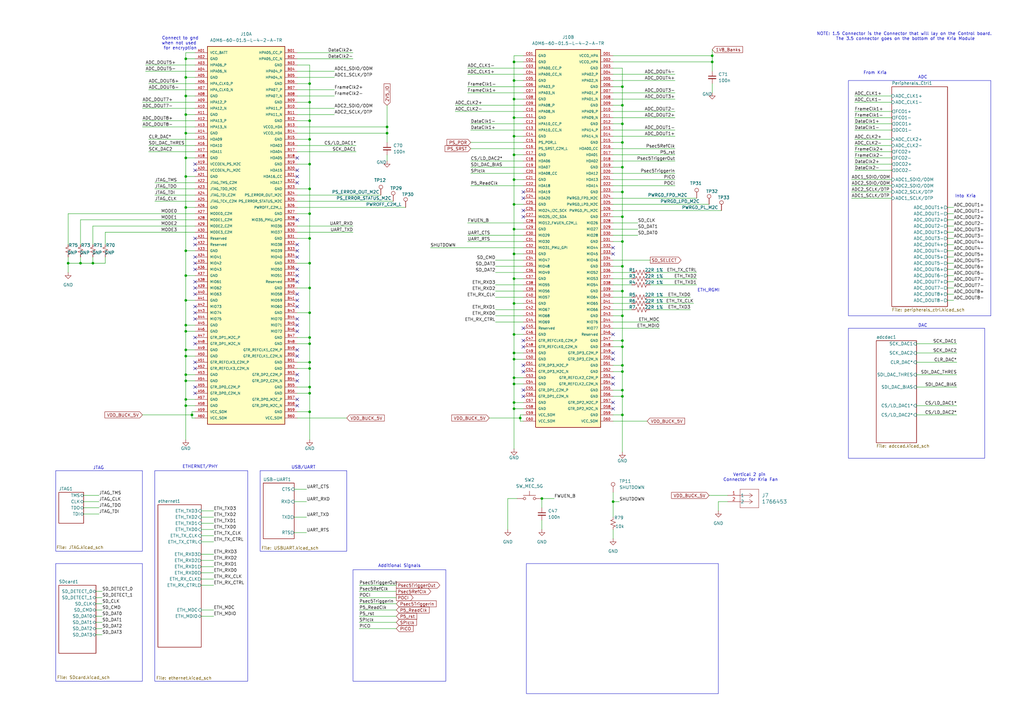
<source format=kicad_sch>
(kicad_sch (version 20231120) (generator "eeschema") (generator_version "8.0")
  (paper "A3")
  (junction (at 76.2 123.19))
  (junction (at 76.2 163.83))
  (junction (at 210.82 114.3))
  (junction (at 76.2 54.61))
  (junction (at 127 67.31))
  (junction (at 127 41.91))
  (junction (at 127 97.79))
  (junction (at 76.2 156.21))
  (junction (at 76.2 146.05))
  (junction (at 210.82 55.88))
  (junction (at 255.27 129.54))
  (junction (at 255.27 68.58))
  (junction (at 127 158.75))
  (junction (at 222.25 204.47))
  (junction (at 127 168.91))
  (junction (at 255.27 162.56))
  (junction (at 76.2 24.13))
  (junction (at 158.75 52.07))
  (junction (at 210.82 48.26))
  (junction (at 210.82 165.1))
  (junction (at 210.82 137.16))
  (junction (at 127 49.53))
  (junction (at 76.2 64.77))
  (junction (at 127 118.11))
  (junction (at 158.75 54.61))
  (junction (at 76.2 133.35))
  (junction (at 210.82 25.4))
  (junction (at 255.27 50.8))
  (junction (at 76.2 166.37))
  (junction (at 76.2 143.51))
  (junction (at 255.27 170.18))
  (junction (at 76.2 46.99))
  (junction (at 210.82 63.5))
  (junction (at 255.27 139.7))
  (junction (at 76.2 31.75))
  (junction (at 127 34.29))
  (junction (at 210.82 167.64))
  (junction (at 127 151.13))
  (junction (at 127 138.43))
  (junction (at 76.2 39.37))
  (junction (at 255.27 149.86))
  (junction (at 255.27 35.56))
  (junction (at 38.1 107.95))
  (junction (at 255.27 109.22))
  (junction (at 210.82 124.46))
  (junction (at 76.2 135.89))
  (junction (at 33.02 107.95))
  (junction (at 127 148.59))
  (junction (at 210.82 147.32))
  (junction (at 76.2 102.87))
  (junction (at 255.27 43.18))
  (junction (at 210.82 40.64))
  (junction (at 78.74 170.18))
  (junction (at 210.82 104.14))
  (junction (at 210.82 83.82))
  (junction (at 127 161.29))
  (junction (at 210.82 154.94))
  (junction (at 127 57.15))
  (junction (at 76.2 85.09))
  (junction (at 127 140.97))
  (junction (at 210.82 93.98))
  (junction (at 255.27 160.02))
  (junction (at 127 87.63))
  (junction (at 255.27 58.42))
  (junction (at 292.1 25.4))
  (junction (at 255.27 88.9))
  (junction (at 255.27 78.74))
  (junction (at 255.27 142.24))
  (junction (at 213.36 171.45))
  (junction (at 76.2 72.39))
  (junction (at 255.27 119.38))
  (junction (at 127 128.27))
  (junction (at 76.2 113.03))
  (junction (at 210.82 33.02))
  (junction (at 255.27 152.4))
  (junction (at 210.82 73.66))
  (junction (at 27.94 107.95))
  (junction (at 127 77.47))
  (junction (at 292.1 22.86))
  (junction (at 210.82 144.78))
  (junction (at 76.2 153.67))
  (junction (at 210.82 157.48))
  (junction (at 127 107.95))
  (junction (at 251.46 205.74))
  (junction (at 255.27 99.06))
  (no_connect (at 121.92 123.19))
  (no_connect (at 80.01 151.13))
  (no_connect (at 80.01 115.57))
  (no_connect (at 251.46 144.78))
  (no_connect (at 121.92 125.73))
  (no_connect (at 121.92 153.67))
  (no_connect (at 251.46 147.32))
  (no_connect (at 251.46 137.16))
  (no_connect (at 121.92 166.37))
  (no_connect (at 121.92 156.21))
  (no_connect (at 251.46 167.64))
  (no_connect (at 214.63 160.02))
  (no_connect (at 121.92 146.05))
  (no_connect (at 80.01 69.85))
  (no_connect (at 214.63 142.24))
  (no_connect (at 80.01 110.49))
  (no_connect (at 121.92 72.39))
  (no_connect (at 121.92 143.51))
  (no_connect (at 121.92 100.33))
  (no_connect (at 121.92 163.83))
  (no_connect (at 251.46 165.1))
  (no_connect (at 121.92 64.77))
  (no_connect (at 121.92 105.41))
  (no_connect (at 121.92 113.03))
  (no_connect (at 121.92 115.57))
  (no_connect (at 214.63 134.62))
  (no_connect (at 121.92 133.35))
  (no_connect (at 214.63 152.4))
  (no_connect (at 214.63 86.36))
  (no_connect (at 80.01 107.95))
  (no_connect (at 251.46 104.14))
  (no_connect (at 80.01 97.79))
  (no_connect (at 80.01 140.97))
  (no_connect (at 121.92 102.87))
  (no_connect (at 251.46 157.48))
  (no_connect (at 80.01 120.65))
  (no_connect (at 80.01 100.33))
  (no_connect (at 251.46 154.94))
  (no_connect (at 121.92 90.17))
  (no_connect (at 214.63 149.86))
  (no_connect (at 251.46 101.6))
  (no_connect (at 121.92 135.89))
  (no_connect (at 80.01 148.59))
  (no_connect (at 214.63 139.7))
  (no_connect (at 80.01 161.29))
  (no_connect (at 80.01 118.11))
  (no_connect (at 214.63 88.9))
  (no_connect (at 214.63 81.28))
  (no_connect (at 214.63 162.56))
  (no_connect (at 121.92 120.65))
  (no_connect (at 80.01 128.27))
  (no_connect (at 80.01 125.73))
  (no_connect (at 121.92 74.93))
  (no_connect (at 121.92 69.85))
  (no_connect (at 80.01 105.41))
  (no_connect (at 80.01 158.75))
  (no_connect (at 80.01 138.43))
  (no_connect (at 80.01 67.31))
  (no_connect (at 214.63 78.74))
  (no_connect (at 121.92 110.49))
  (no_connect (at 121.92 130.81))
  (no_connect (at 80.01 130.81))
  (wire (pts (xy 210.82 63.5) (xy 210.82 73.66)))
  (wire (pts (xy 222.25 213.36) (xy 222.25 217.17)))
  (wire (pts (xy 121.92 140.97) (xy 127 140.97)))
  (wire (pts (xy 121.92 67.31) (xy 127 67.31)))
  (wire (pts (xy 388.62 90.17) (xy 391.16 90.17)))
  (wire (pts (xy 162.56 250.19) (xy 147.32 250.19)))
  (wire (pts (xy 251.46 83.82) (xy 290.83 83.82)))
  (wire (pts (xy 127 148.59) (xy 127 151.13)))
  (wire (pts (xy 76.2 143.51) (xy 80.01 143.51)))
  (wire (pts (xy 60.96 59.69) (xy 80.01 59.69)))
  (wire (pts (xy 43.18 107.95) (xy 38.1 107.95)))
  (wire (pts (xy 350.52 69.85) (xy 365.76 69.85)))
  (wire (pts (xy 251.46 91.44) (xy 261.62 91.44)))
  (wire (pts (xy 255.27 58.42) (xy 255.27 68.58)))
  (wire (pts (xy 121.92 107.95) (xy 127 107.95)))
  (wire (pts (xy 290.83 203.2) (xy 298.45 203.2)))
  (wire (pts (xy 210.82 114.3) (xy 210.82 124.46)))
  (wire (pts (xy 213.36 171.45) (xy 213.36 172.72)))
  (wire (pts (xy 82.55 232.41) (xy 87.63 232.41)))
  (wire (pts (xy 266.7 116.84) (xy 285.75 116.84)))
  (wire (pts (xy 60.96 34.29) (xy 80.01 34.29)))
  (wire (pts (xy 251.46 63.5) (xy 276.86 63.5)))
  (wire (pts (xy 255.27 160.02) (xy 255.27 162.56)))
  (wire (pts (xy 251.46 53.34) (xy 276.86 53.34)))
  (wire (pts (xy 251.46 33.02) (xy 276.86 33.02)))
  (wire (pts (xy 193.04 50.8) (xy 214.63 50.8)))
  (wire (pts (xy 147.32 257.81) (xy 162.56 257.81)))
  (wire (pts (xy 34.29 210.82) (xy 40.64 210.82)))
  (wire (pts (xy 76.2 156.21) (xy 76.2 163.83)))
  (wire (pts (xy 251.46 134.62) (xy 270.51 134.62)))
  (wire (pts (xy 121.92 118.11) (xy 127 118.11)))
  (wire (pts (xy 193.04 53.34) (xy 214.63 53.34)))
  (wire (pts (xy 251.46 35.56) (xy 255.27 35.56)))
  (wire (pts (xy 255.27 99.06) (xy 255.27 109.22)))
  (wire (pts (xy 147.32 240.03) (xy 162.56 240.03)))
  (wire (pts (xy 147.32 247.65) (xy 162.56 247.65)))
  (wire (pts (xy 251.46 172.72) (xy 265.43 172.72)))
  (wire (pts (xy 375.92 166.37) (xy 392.43 166.37)))
  (wire (pts (xy 210.82 33.02) (xy 210.82 40.64)))
  (wire (pts (xy 251.46 55.88) (xy 276.86 55.88)))
  (wire (pts (xy 210.82 93.98) (xy 214.63 93.98)))
  (wire (pts (xy 82.55 229.87) (xy 87.63 229.87)))
  (wire (pts (xy 166.37 85.09) (xy 121.92 85.09)))
  (wire (pts (xy 121.92 31.75) (xy 137.16 31.75)))
  (wire (pts (xy 121.92 46.99) (xy 137.16 46.99)))
  (wire (pts (xy 80.01 171.45) (xy 78.74 171.45)))
  (wire (pts (xy 251.46 170.18) (xy 255.27 170.18)))
  (wire (pts (xy 251.46 93.98) (xy 261.62 93.98)))
  (wire (pts (xy 210.82 22.86) (xy 210.82 25.4)))
  (wire (pts (xy 76.2 64.77) (xy 80.01 64.77)))
  (wire (pts (xy 76.2 123.19) (xy 80.01 123.19)))
  (wire (pts (xy 191.77 38.1) (xy 214.63 38.1)))
  (wire (pts (xy 76.2 133.35) (xy 76.2 135.89)))
  (wire (pts (xy 388.62 105.41) (xy 391.16 105.41)))
  (wire (pts (xy 266.7 114.3) (xy 285.75 114.3)))
  (wire (pts (xy 251.46 25.4) (xy 292.1 25.4)))
  (wire (pts (xy 255.27 152.4) (xy 255.27 160.02)))
  (wire (pts (xy 127 118.11) (xy 127 128.27)))
  (wire (pts (xy 251.46 205.74) (xy 251.46 212.09)))
  (wire (pts (xy 121.92 151.13) (xy 127 151.13)))
  (wire (pts (xy 375.92 148.59) (xy 392.43 148.59)))
  (wire (pts (xy 76.2 146.05) (xy 80.01 146.05)))
  (wire (pts (xy 251.46 142.24) (xy 255.27 142.24)))
  (wire (pts (xy 76.2 156.21) (xy 80.01 156.21)))
  (wire (pts (xy 147.32 245.11) (xy 162.56 245.11)))
  (wire (pts (xy 349.25 78.74) (xy 365.76 78.74)))
  (wire (pts (xy 222.25 204.47) (xy 227.33 204.47)))
  (wire (pts (xy 59.69 26.67) (xy 80.01 26.67)))
  (wire (pts (xy 27.94 105.41) (xy 27.94 107.95)))
  (wire (pts (xy 203.2 127) (xy 214.63 127)))
  (wire (pts (xy 33.02 107.95) (xy 27.94 107.95)))
  (wire (pts (xy 350.52 62.23) (xy 365.76 62.23)))
  (wire (pts (xy 121.92 80.01) (xy 156.21 80.01)))
  (wire (pts (xy 76.2 31.75) (xy 76.2 39.37)))
  (wire (pts (xy 82.55 252.73) (xy 87.63 252.73)))
  (wire (pts (xy 34.29 203.2) (xy 40.64 203.2)))
  (wire (pts (xy 255.27 78.74) (xy 255.27 88.9)))
  (wire (pts (xy 43.18 105.41) (xy 43.18 107.95)))
  (wire (pts (xy 82.55 209.55) (xy 87.63 209.55)))
  (wire (pts (xy 255.27 139.7) (xy 255.27 142.24)))
  (wire (pts (xy 127 67.31) (xy 127 77.47)))
  (wire (pts (xy 147.32 252.73) (xy 162.56 252.73)))
  (wire (pts (xy 251.46 111.76) (xy 259.08 111.76)))
  (wire (pts (xy 200.66 171.45) (xy 213.36 171.45)))
  (wire (pts (xy 82.55 212.09) (xy 87.63 212.09)))
  (wire (pts (xy 78.74 171.45) (xy 78.74 170.18)))
  (wire (pts (xy 210.82 73.66) (xy 214.63 73.66)))
  (wire (pts (xy 210.82 147.32) (xy 210.82 154.94)))
  (wire (pts (xy 121.92 161.29) (xy 127 161.29)))
  (wire (pts (xy 127 77.47) (xy 127 87.63)))
  (wire (pts (xy 121.92 34.29) (xy 127 34.29)))
  (wire (pts (xy 210.82 124.46) (xy 210.82 137.16)))
  (wire (pts (xy 349.25 81.28) (xy 365.76 81.28)))
  (wire (pts (xy 210.82 55.88) (xy 210.82 63.5)))
  (wire (pts (xy 388.62 102.87) (xy 391.16 102.87)))
  (wire (pts (xy 210.82 25.4) (xy 210.82 33.02)))
  (wire (pts (xy 251.46 127) (xy 259.08 127)))
  (wire (pts (xy 76.2 31.75) (xy 80.01 31.75)))
  (wire (pts (xy 251.46 68.58) (xy 255.27 68.58)))
  (wire (pts (xy 39.37 250.19) (xy 41.91 250.19)))
  (wire (pts (xy 127 138.43) (xy 127 140.97)))
  (wire (pts (xy 210.82 167.64) (xy 214.63 167.64)))
  (wire (pts (xy 266.7 111.76) (xy 285.75 111.76)))
  (wire (pts (xy 60.96 36.83) (xy 80.01 36.83)))
  (wire (pts (xy 292.1 22.86) (xy 292.1 25.4)))
  (wire (pts (xy 210.82 154.94) (xy 210.82 157.48)))
  (wire (pts (xy 43.18 95.25) (xy 80.01 95.25)))
  (wire (pts (xy 251.46 217.17) (xy 251.46 220.98)))
  (wire (pts (xy 76.2 21.59) (xy 76.2 24.13)))
  (wire (pts (xy 251.46 43.18) (xy 255.27 43.18)))
  (wire (pts (xy 121.92 59.69) (xy 146.05 59.69)))
  (wire (pts (xy 39.37 260.35) (xy 41.91 260.35)))
  (wire (pts (xy 38.1 105.41) (xy 38.1 107.95)))
  (wire (pts (xy 63.5 74.93) (xy 80.01 74.93)))
  (wire (pts (xy 350.52 50.8) (xy 365.76 50.8)))
  (wire (pts (xy 255.27 109.22) (xy 255.27 119.38)))
  (wire (pts (xy 213.36 172.72) (xy 214.63 172.72)))
  (wire (pts (xy 120.65 218.44) (xy 125.73 218.44)))
  (wire (pts (xy 127 128.27) (xy 127 138.43)))
  (wire (pts (xy 76.2 24.13) (xy 80.01 24.13)))
  (wire (pts (xy 251.46 81.28) (xy 285.75 81.28)))
  (wire (pts (xy 210.82 40.64) (xy 210.82 48.26)))
  (wire (pts (xy 127 34.29) (xy 127 41.91)))
  (wire (pts (xy 121.92 62.23) (xy 146.05 62.23)))
  (wire (pts (xy 212.09 204.47) (xy 208.28 204.47)))
  (wire (pts (xy 203.2 109.22) (xy 214.63 109.22)))
  (wire (pts (xy 27.94 107.95) (xy 27.94 111.76)))
  (wire (pts (xy 59.69 29.21) (xy 80.01 29.21)))
  (wire (pts (xy 76.2 143.51) (xy 76.2 146.05)))
  (wire (pts (xy 203.2 116.84) (xy 214.63 116.84)))
  (wire (pts (xy 388.62 118.11) (xy 391.16 118.11)))
  (wire (pts (xy 251.46 139.7) (xy 255.27 139.7)))
  (wire (pts (xy 121.92 54.61) (xy 158.75 54.61)))
  (wire (pts (xy 158.75 54.61) (xy 158.75 58.42)))
  (wire (pts (xy 76.2 24.13) (xy 76.2 31.75)))
  (wire (pts (xy 76.2 72.39) (xy 76.2 85.09)))
  (wire (pts (xy 121.92 148.59) (xy 127 148.59)))
  (wire (pts (xy 147.32 242.57) (xy 162.56 242.57)))
  (wire (pts (xy 210.82 40.64) (xy 214.63 40.64)))
  (wire (pts (xy 60.96 57.15) (xy 80.01 57.15)))
  (wire (pts (xy 39.37 257.81) (xy 41.91 257.81)))
  (wire (pts (xy 388.62 97.79) (xy 391.16 97.79)))
  (wire (pts (xy 82.55 237.49) (xy 87.63 237.49)))
  (wire (pts (xy 388.62 100.33) (xy 391.16 100.33)))
  (wire (pts (xy 39.37 242.57) (xy 41.91 242.57)))
  (wire (pts (xy 191.77 91.44) (xy 214.63 91.44)))
  (wire (pts (xy 210.82 48.26) (xy 210.82 55.88)))
  (wire (pts (xy 251.46 121.92) (xy 259.08 121.92)))
  (wire (pts (xy 121.92 21.59) (xy 144.78 21.59)))
  (wire (pts (xy 210.82 165.1) (xy 214.63 165.1)))
  (wire (pts (xy 121.92 41.91) (xy 127 41.91)))
  (wire (pts (xy 76.2 135.89) (xy 80.01 135.89)))
  (wire (pts (xy 251.46 66.04) (xy 276.86 66.04)))
  (wire (pts (xy 210.82 137.16) (xy 210.82 144.78)))
  (wire (pts (xy 121.92 24.13) (xy 144.78 24.13)))
  (wire (pts (xy 121.92 158.75) (xy 127 158.75)))
  (wire (pts (xy 82.55 219.71) (xy 87.63 219.71)))
  (wire (pts (xy 255.27 162.56) (xy 255.27 170.18)))
  (wire (pts (xy 292.1 20.32) (xy 292.1 22.86)))
  (wire (pts (xy 191.77 27.94) (xy 214.63 27.94)))
  (wire (pts (xy 350.52 39.37) (xy 365.76 39.37)))
  (wire (pts (xy 298.45 205.74) (xy 294.64 205.74)))
  (wire (pts (xy 121.92 92.71) (xy 144.78 92.71)))
  (wire (pts (xy 251.46 114.3) (xy 259.08 114.3)))
  (wire (pts (xy 82.55 227.33) (xy 87.63 227.33)))
  (wire (pts (xy 255.27 149.86) (xy 255.27 152.4)))
  (wire (pts (xy 292.1 34.29) (xy 292.1 38.1)))
  (wire (pts (xy 121.92 171.45) (xy 142.24 171.45)))
  (wire (pts (xy 121.92 95.25) (xy 144.78 95.25)))
  (wire (pts (xy 251.46 76.2) (xy 276.86 76.2)))
  (wire (pts (xy 193.04 76.2) (xy 214.63 76.2)))
  (wire (pts (xy 76.2 102.87) (xy 76.2 113.03)))
  (wire (pts (xy 193.04 71.12) (xy 214.63 71.12)))
  (wire (pts (xy 255.27 88.9) (xy 255.27 99.06)))
  (wire (pts (xy 158.75 43.18) (xy 158.75 52.07)))
  (wire (pts (xy 76.2 113.03) (xy 80.01 113.03)))
  (wire (pts (xy 127 168.91) (xy 127 180.34)))
  (wire (pts (xy 266.7 127) (xy 283.21 127)))
  (wire (pts (xy 388.62 92.71) (xy 391.16 92.71)))
  (wire (pts (xy 82.55 234.95) (xy 87.63 234.95)))
  (wire (pts (xy 388.62 107.95) (xy 391.16 107.95)))
  (wire (pts (xy 127 26.67) (xy 127 34.29)))
  (wire (pts (xy 210.82 157.48) (xy 214.63 157.48)))
  (wire (pts (xy 375.92 158.75) (xy 392.43 158.75)))
  (wire (pts (xy 210.82 63.5) (xy 214.63 63.5)))
  (wire (pts (xy 121.92 128.27) (xy 127 128.27)))
  (wire (pts (xy 76.2 163.83) (xy 80.01 163.83)))
  (wire (pts (xy 208.28 204.47) (xy 208.28 217.17)))
  (wire (pts (xy 210.82 93.98) (xy 210.82 104.14)))
  (wire (pts (xy 266.7 124.46) (xy 284.48 124.46)))
  (wire (pts (xy 121.92 97.79) (xy 127 97.79)))
  (wire (pts (xy 78.74 168.91) (xy 80.01 168.91)))
  (wire (pts (xy 388.62 87.63) (xy 391.16 87.63)))
  (wire (pts (xy 58.42 170.18) (xy 78.74 170.18)))
  (wire (pts (xy 251.46 48.26) (xy 276.86 48.26)))
  (wire (pts (xy 251.46 50.8) (xy 255.27 50.8)))
  (wire (pts (xy 388.62 123.19) (xy 391.16 123.19)))
  (wire (pts (xy 38.1 92.71) (xy 38.1 100.33)))
  (wire (pts (xy 39.37 252.73) (xy 41.91 252.73)))
  (wire (pts (xy 121.92 82.55) (xy 161.29 82.55)))
  (wire (pts (xy 251.46 58.42) (xy 255.27 58.42)))
  (wire (pts (xy 127 87.63) (xy 127 97.79)))
  (wire (pts (xy 251.46 152.4) (xy 255.27 152.4)))
  (wire (pts (xy 251.46 149.86) (xy 255.27 149.86)))
  (wire (pts (xy 388.62 95.25) (xy 391.16 95.25)))
  (wire (pts (xy 63.5 82.55) (xy 80.01 82.55)))
  (wire (pts (xy 210.82 144.78) (xy 210.82 147.32)))
  (wire (pts (xy 39.37 255.27) (xy 41.91 255.27)))
  (wire (pts (xy 58.42 41.91) (xy 80.01 41.91)))
  (wire (pts (xy 292.1 25.4) (xy 292.1 29.21)))
  (wire (pts (xy 191.77 30.48) (xy 214.63 30.48)))
  (wire (pts (xy 76.2 113.03) (xy 76.2 123.19)))
  (wire (pts (xy 82.55 217.17) (xy 87.63 217.17)))
  (wire (pts (xy 82.55 214.63) (xy 87.63 214.63)))
  (wire (pts (xy 76.2 54.61) (xy 76.2 64.77)))
  (wire (pts (xy 251.46 201.93) (xy 251.46 205.74)))
  (wire (pts (xy 76.2 46.99) (xy 80.01 46.99)))
  (wire (pts (xy 210.82 165.1) (xy 210.82 167.64)))
  (wire (pts (xy 121.92 57.15) (xy 127 57.15)))
  (wire (pts (xy 203.2 106.68) (xy 214.63 106.68)))
  (wire (pts (xy 76.2 102.87) (xy 80.01 102.87)))
  (wire (pts (xy 76.2 64.77) (xy 76.2 72.39)))
  (wire (pts (xy 76.2 123.19) (xy 76.2 133.35)))
  (wire (pts (xy 121.92 26.67) (xy 127 26.67)))
  (wire (pts (xy 210.82 124.46) (xy 214.63 124.46)))
  (wire (pts (xy 255.27 50.8) (xy 255.27 58.42)))
  (wire (pts (xy 27.94 87.63) (xy 27.94 100.33)))
  (wire (pts (xy 186.69 45.72) (xy 214.63 45.72)))
  (wire (pts (xy 60.96 62.23) (xy 80.01 62.23)))
  (wire (pts (xy 76.2 46.99) (xy 76.2 54.61)))
  (wire (pts (xy 127 151.13) (xy 127 158.75)))
  (wire (pts (xy 82.55 250.19) (xy 87.63 250.19)))
  (wire (pts (xy 350.52 53.34) (xy 365.76 53.34)))
  (wire (pts (xy 210.82 73.66) (xy 210.82 83.82)))
  (wire (pts (xy 251.46 162.56) (xy 255.27 162.56)))
  (wire (pts (xy 255.27 142.24) (xy 255.27 149.86)))
  (wire (pts (xy 255.27 129.54) (xy 255.27 139.7)))
  (wire (pts (xy 127 140.97) (xy 127 148.59)))
  (wire (pts (xy 210.82 137.16) (xy 214.63 137.16)))
  (wire (pts (xy 38.1 92.71) (xy 80.01 92.71)))
  (wire (pts (xy 76.2 166.37) (xy 80.01 166.37)))
  (wire (pts (xy 33.02 90.17) (xy 80.01 90.17)))
  (wire (pts (xy 58.42 52.07) (xy 80.01 52.07)))
  (wire (pts (xy 76.2 135.89) (xy 76.2 143.51)))
  (wire (pts (xy 251.46 99.06) (xy 255.27 99.06)))
  (wire (pts (xy 33.02 105.41) (xy 33.02 107.95)))
  (wire (pts (xy 222.25 204.47) (xy 222.25 208.28)))
  (wire (pts (xy 251.46 119.38) (xy 255.27 119.38)))
  (wire (pts (xy 251.46 88.9) (xy 255.27 88.9)))
  (wire (pts (xy 76.2 85.09) (xy 80.01 85.09)))
  (wire (pts (xy 33.02 90.17) (xy 33.02 100.33)))
  (wire (pts (xy 251.46 78.74) (xy 255.27 78.74)))
  (wire (pts (xy 254 205.74) (xy 251.46 205.74)))
  (wire (pts (xy 193.04 68.58) (xy 214.63 68.58)))
  (wire (pts (xy 58.42 49.53) (xy 80.01 49.53)))
  (wire (pts (xy 76.2 153.67) (xy 76.2 156.21)))
  (wire (pts (xy 121.92 49.53) (xy 127 49.53)))
  (wire (pts (xy 191.77 96.52) (xy 214.63 96.52)))
  (wire (pts (xy 210.82 33.02) (xy 214.63 33.02)))
  (wire (pts (xy 127 57.15) (xy 127 67.31)))
  (wire (pts (xy 82.55 222.25) (xy 87.63 222.25)))
  (wire (pts (xy 210.82 55.88) (xy 214.63 55.88)))
  (wire (pts (xy 210.82 83.82) (xy 210.82 93.98)))
  (wire (pts (xy 78.74 170.18) (xy 78.74 168.91)))
  (wire (pts (xy 121.92 138.43) (xy 127 138.43)))
  (wire (pts (xy 251.46 129.54) (xy 255.27 129.54)))
  (wire (pts (xy 76.2 54.61) (xy 80.01 54.61)))
  (wire (pts (xy 80.01 21.59) (xy 76.2 21.59)))
  (wire (pts (xy 349.25 73.66) (xy 365.76 73.66)))
  (wire (pts (xy 375.92 153.67) (xy 392.43 153.67)))
  (wire (pts (xy 191.77 35.56) (xy 214.63 35.56)))
  (wire (pts (xy 266.7 121.92) (xy 283.21 121.92)))
  (wire (pts (xy 350.52 67.31) (xy 365.76 67.31)))
  (wire (pts (xy 158.75 63.5) (xy 158.75 66.04)))
  (wire (pts (xy 255.27 170.18) (xy 255.27 185.42)))
  (wire (pts (xy 191.77 99.06) (xy 214.63 99.06)))
  (wire (pts (xy 255.27 68.58) (xy 255.27 78.74)))
  (wire (pts (xy 251.46 27.94) (xy 255.27 27.94)))
  (wire (pts (xy 38.1 107.95) (xy 33.02 107.95)))
  (wire (pts (xy 210.82 83.82) (xy 214.63 83.82)))
  (wire (pts (xy 210.82 22.86) (xy 214.63 22.86)))
  (wire (pts (xy 121.92 87.63) (xy 127 87.63)))
  (wire (pts (xy 210.82 25.4) (xy 214.63 25.4)))
  (wire (pts (xy 388.62 120.65) (xy 391.16 120.65)))
  (wire (pts (xy 210.82 157.48) (xy 210.82 165.1)))
  (wire (pts (xy 39.37 247.65) (xy 41.91 247.65)))
  (wire (pts (xy 251.46 60.96) (xy 276.86 60.96)))
  (wire (pts (xy 127 97.79) (xy 127 107.95)))
  (wire (pts (xy 255.27 27.94) (xy 255.27 35.56)))
  (wire (pts (xy 76.2 85.09) (xy 76.2 102.87)))
  (wire (pts (xy 76.2 133.35) (xy 80.01 133.35)))
  (wire (pts (xy 121.92 29.21) (xy 137.16 29.21)))
  (wire (pts (xy 121.92 168.91) (xy 127 168.91)))
  (wire (pts (xy 295.91 86.36) (xy 251.46 86.36)))
  (wire (pts (xy 186.69 43.18) (xy 214.63 43.18)))
  (wire (pts (xy 251.46 45.72) (xy 276.86 45.72)))
  (wire (pts (xy 210.82 167.64) (xy 210.82 184.15)))
  (wire (pts (xy 158.75 52.07) (xy 158.75 54.61)))
  (wire (pts (xy 120.65 205.74) (xy 125.73 205.74)))
  (wire (pts (xy 76.2 39.37) (xy 80.01 39.37)))
  (wire (pts (xy 388.62 113.03) (xy 391.16 113.03)))
  (wire (pts (xy 210.82 48.26) (xy 214.63 48.26)))
  (wire (pts (xy 39.37 245.11) (xy 41.91 245.11)))
  (wire (pts (xy 203.2 119.38) (xy 214.63 119.38)))
  (wire (pts (xy 127 161.29) (xy 127 168.91)))
  (wire (pts (xy 76.2 72.39) (xy 80.01 72.39)))
  (wire (pts (xy 255.27 43.18) (xy 255.27 50.8)))
  (wire (pts (xy 251.46 124.46) (xy 259.08 124.46)))
  (wire (pts (xy 350.52 57.15) (xy 365.76 57.15)))
  (wire (pts (xy 193.04 58.42) (xy 214.63 58.42)))
  (wire (pts (xy 58.42 44.45) (xy 80.01 44.45)))
  (wire (pts (xy 375.92 170.18) (xy 392.43 170.18)))
  (wire (pts (xy 82.55 240.03) (xy 87.63 240.03)))
  (wire (pts (xy 121.92 77.47) (xy 127 77.47)))
  (wire (pts (xy 251.46 132.08) (xy 270.51 132.08)))
  (wire (pts (xy 251.46 160.02) (xy 255.27 160.02)))
  (wire (pts (xy 203.2 129.54) (xy 214.63 129.54)))
  (wire (pts (xy 350.52 48.26) (xy 365.76 48.26)))
  (wire (pts (xy 121.92 36.83) (xy 137.16 36.83)))
  (wire (pts (xy 350.52 41.91) (xy 365.76 41.91)))
  (wire (pts (xy 350.52 45.72) (xy 365.76 45.72)))
  (wire (pts (xy 76.2 146.05) (xy 76.2 153.67)))
  (wire (pts (xy 147.32 255.27) (xy 162.56 255.27)))
  (wire (pts (xy 76.2 166.37) (xy 76.2 180.34)))
  (wire (pts (xy 193.04 60.96) (xy 214.63 60.96)))
  (wire (pts (xy 251.46 96.52) (xy 261.62 96.52)))
  (wire (pts (xy 251.46 38.1) (xy 276.86 38.1)))
  (wire (pts (xy 43.18 95.25) (xy 43.18 100.33)))
  (wire (pts (xy 388.62 115.57) (xy 391.16 115.57)))
  (wire (pts (xy 203.2 111.76) (xy 214.63 111.76)))
  (wire (pts (xy 127 41.91) (xy 127 49.53)))
  (wire (pts (xy 210.82 114.3) (xy 214.63 114.3)))
  (wire (pts (xy 251.46 40.64) (xy 276.86 40.64)))
  (wire (pts (xy 34.29 205.74) (xy 40.64 205.74)))
  (wire (pts (xy 120.65 200.66) (xy 125.73 200.66)))
  (wire (pts (xy 388.62 85.09) (xy 391.16 85.09)))
  (wire (pts (xy 210.82 104.14) (xy 210.82 114.3)))
  (wire (pts (xy 388.62 110.49) (xy 391.16 110.49)))
  (wire (pts (xy 127 107.95) (xy 127 118.11)))
  (wire (pts (xy 251.46 116.84) (xy 259.08 116.84)))
  (wire (pts (xy 63.5 77.47) (xy 80.01 77.47)))
  (wire (pts (xy 213.36 170.18) (xy 213.36 171.45)))
  (wire (pts (xy 127 49.53) (xy 127 57.15)))
  (wire (pts (xy 76.2 39.37) (xy 76.2 46.99)))
  (wire (pts (xy 251.46 109.22) (xy 255.27 109.22)))
  (wire (pts (xy 120.65 212.09) (xy 125.73 212.09)))
  (wire (pts (xy 210.82 147.32) (xy 214.63 147.32)))
  (wire (pts (xy 255.27 119.38) (xy 255.27 129.54)))
  (wire (pts (xy 251.46 73.66) (xy 276.86 73.66)))
  (wire (pts (xy 203.2 121.92) (xy 214.63 121.92)))
  (wire (pts (xy 76.2 163.83) (xy 76.2 166.37)))
  (wire (pts (xy 210.82 144.78) (xy 214.63 144.78)))
  (wire (pts (xy 27.94 87.63) (xy 80.01 87.63)))
  (wire (pts (xy 375.92 144.78) (xy 392.43 144.78)))
  (wire (pts (xy 127 158.75) (xy 127 161.29)))
  (wire (pts (xy 34.29 208.28) (xy 40.64 208.28)))
  (wire (pts (xy 63.5 80.01) (xy 80.01 80.01)))
  (wire (pts (xy 350.52 64.77) (xy 365.76 64.77)))
  (wire (pts (xy 176.53 101.6) (xy 214.63 101.6)))
  (wire (pts (xy 203.2 132.08) (xy 214.63 132.08)))
  (wire (pts (xy 255.27 35.56) (xy 255.27 43.18)))
  (wire (pts (xy 349.25 76.2) (xy 365.76 76.2)))
  (wire (pts (xy 251.46 30.48) (xy 276.86 30.48)))
  (wire (pts (xy 121.92 44.45) (xy 137.16 44.45)))
  (wire (pts (xy 251.46 106.68) (xy 266.7 106.68)))
  (wire (pts (xy 350.52 59.69) (xy 365.76 59.69)))
  (wire (pts (xy 193.04 66.04) (xy 214.63 66.04)))
  (wire (pts (xy 210.82 154.94) (xy 214.63 154.94)))
  (wire (pts (xy 251.46 22.86) (xy 292.1 22.86)))
  (wire (pts (xy 121.92 39.37) (xy 137.16 39.37)))
  (wire (pts (xy 76.2 153.67) (xy 80.01 153.67)))
  (wire (pts (xy 210.82 104.14) (xy 214.63 104.14)))
  (wire (pts (xy 294.64 205.74) (xy 294.64 209.55)))
  (wire (pts (xy 121.92 52.07) (xy 158.75 52.07)))
  (wire (pts (xy 251.46 71.12) (xy 276.86 71.12)))
  (wire (pts (xy 375.92 140.97) (xy 392.43 140.97)))
  (wire (pts (xy 214.63 170.18) (xy 213.36 170.18)))
  (rectangle (start 215.9 231.14) (end 294.64 284.48))
  (rectangle (start 22.86 231.14) (end 58.42 279.4))
  (rectangle (start 106.68 193.04) (end 142.24 226.06))
  (rectangle (start 63.5 193.04) (end 101.6 279.4))
  (rectangle (start 144.78 233.68) (end 182.88 279.4))
  (rectangle (start 347.98 134.62) (end 403.86 187.96))
  (rectangle (start 22.86 193.04) (end 58.42 226.06))
  (rectangle (start 347.98 33.02) (end 406.4 129.54))
  (text "USB/UART" (at 124.46 191.77 0) (effects (font (size 1.27 1.27))))
  (text "ETH_RGMI\n" (at 290.576 119.126 0) (effects (font (size 1.27 1.27))))
  (text "Into Kria" (at 395.986 80.518 0) (effects (font (size 1.27 1.27))))
  (text "NOTE: 1.5 Connector is the Connector that will lay on the Control board. \nThe 3.5 connector goes on the bottom of the Kria Module" (at 371.348 14.986 0) (effects (font (size 1.27 1.27))))
  (text "ADC" (at 378.46 31.75 0) (effects (font (size 1.27 1.27))))
  (text "Connect to gnd\nwhen not used \nfor encryption" (at 73.914 17.78 0) (effects (font (size 1.27 1.27))))
  (text "From Kria" (at 358.902 29.972 0) (effects (font (size 1.27 1.27))))
  (text "Additional Signals" (at 163.83 232.156 0) (effects (font (size 1.27 1.27))))
  (text "ETHERNET/PHY" (at 82.042 191.516 0) (effects (font (size 1.27 1.27))))
  (text "DAC" (at 378.46 133.604 0) (effects (font (size 1.27 1.27))))
  (text "Vertical 2 pin \nConnector for Kria Fan" (at 307.848 195.834 0) (effects (font (size 1.27 1.27))))
  (text "JTAG" (at 40.386 192.024 0) (effects (font (size 1.27 1.27))))
  (label "Psec5TriggerOut" (at 147.32 240.03 0))
  (label "ETH_RXD2" (at 203.2 119.38 180))
  (label "ETH_RXD3" (at 87.63 227.33 0))
  (label "SDI_DAC_BIAS" (at 392.43 158.75 180))
  (label "ADC_DOUT4+" (at 276.86 33.02 180))
  (label "FrameClk1+" (at 350.52 45.72 0))
  (label "ETH_RX_CTRL" (at 87.63 240.03 0))
  (label "FrameClk2+" (at 137.16 36.83 0))
  (label "ADC_CLK1-" (at 191.77 27.94 0))
  (label "ADC2_SDIO{slash}ODM" (at 349.25 76.2 0))
  (label "ADC_DOUT1+" (at 391.16 85.09 0))
  (label "ETH_TXD1" (at 285.75 116.84 180))
  (label "DataClk1+" (at 350.52 50.8 0))
  (label "DataClk2+" (at 350.52 67.31 0))
  (label "CS{slash}LD_DAC1*" (at 146.05 59.69 180))
  (label "JTAG_CLK" (at 63.5 82.55 0))
  (label "SD_CMD" (at 41.91 250.19 0))
  (label "ADC1_SDIO{slash}ODM" (at 137.16 29.21 0))
  (label "ETH_RX_CLK" (at 87.63 237.49 0))
  (label "JTAG_TDI" (at 63.5 80.01 0))
  (label "P5_ReadClk" (at 193.04 76.2 0))
  (label "JTAG_TDO" (at 63.5 77.47 0))
  (label "ETH_TXD1" (at 87.63 214.63 0))
  (label "UART_RXD" (at 125.73 205.74 0))
  (label "ADC1_SCLK{slash}DTP" (at 349.25 81.28 0))
  (label "ETH_MDIO" (at 270.51 134.62 180))
  (label "FWUEN_B" (at 227.33 204.47 0))
  (label "SCK_DAC2" (at 392.43 144.78 180))
  (label "ADC_DOUT4+" (at 391.16 100.33 0))
  (label "ADC_DOUT2+" (at 391.16 90.17 0))
  (label "SD_DAT1" (at 41.91 255.27 0))
  (label "ADC2_SCLK{slash}DTP" (at 349.25 78.74 0))
  (label "ADC1_SCLK{slash}DTP" (at 137.16 31.75 0))
  (label "ETH_RXD0" (at 87.63 234.95 0))
  (label "SPIclk" (at 147.32 255.27 0))
  (label "CLR_DAC*" (at 392.43 148.59 180))
  (label "ADC_DOUT5+" (at 391.16 105.41 0))
  (label "FrameClk2-" (at 137.16 39.37 0))
  (label "Psec5TriggerIn" (at 147.32 247.65 0))
  (label "SPIclk" (at 193.04 71.12 0))
  (label "ADC2_SCLK{slash}DTP" (at 137.16 46.99 0))
  (label "CS{slash}LD_DAC2*" (at 193.04 66.04 0))
  (label "ADC_DOUT2-" (at 276.86 45.72 180))
  (label "SD_DAT3" (at 41.91 260.35 0))
  (label "ADC_DOUT7+" (at 391.16 115.57 0))
  (label "Psec5RefClk" (at 147.32 242.57 0))
  (label "ADC_DOUT4-" (at 276.86 30.48 180))
  (label "ETH_RXD1" (at 203.2 127 180))
  (label "ADC_CLK2+" (at 350.52 57.15 0))
  (label "DataClk2+" (at 144.78 21.59 180))
  (label "SDI_DAC_THRES" (at 60.96 59.69 0))
  (label "SD_DETECT_1" (at 41.91 245.11 0))
  (label "SDI_DAC_THRES" (at 392.43 153.67 180))
  (label "ETH_RXD1" (at 87.63 232.41 0))
  (label "CLR_DAC*" (at 60.96 57.15 0))
  (label "ETH_MDC" (at 270.51 132.08 180))
  (label "ADC_CLK1+" (at 191.77 30.48 0))
  (label "ETH_MDC" (at 87.63 250.19 0))
  (label "SD_CLK" (at 261.62 91.44 0))
  (label "ETH_RX_CLK" (at 203.2 121.92 180))
  (label "DataClk2-" (at 350.52 69.85 0))
  (label "ETH_TXD0" (at 87.63 217.17 0))
  (label "ETH_TX_CTRL" (at 87.63 222.25 0))
  (label "ETH_TXD2" (at 285.75 114.3 180))
  (label "SD_DAT3" (at 203.2 109.22 180))
  (label "ETH_TXD3" (at 87.63 209.55 0))
  (label "ADC_DOUT2+" (at 276.86 48.26 180))
  (label "SD_DETECT_0" (at 41.91 242.57 0))
  (label "UART_CTS" (at 191.77 96.52 0))
  (label "ETH_RXD3" (at 203.2 116.84 180))
  (label "UART_RTS" (at 191.77 99.06 0))
  (label "Psec5TriggerIn" (at 276.86 71.12 180))
  (label "UART_TXD" (at 125.73 212.09 0))
  (label "FrameClk1+" (at 191.77 38.1 0))
  (label "P5_rst" (at 147.32 252.73 0))
  (label "SDI_DAC_BIAS" (at 193.04 68.58 0))
  (label "SD_DAT0" (at 261.62 96.52 0))
  (label "ADC_DOUT7-" (at 58.42 44.45 0))
  (label "ADC_CLK2-" (at 350.52 59.69 0))
  (label "SCK_DAC1" (at 392.43 140.97 180))
  (label "ADC_DOUT8-" (at 391.16 123.19 0))
  (label "ADC_DOUT3-" (at 391.16 97.79 0))
  (label "ADC2_SDIO{slash}ODM" (at 137.16 44.45 0))
  (label "ADC_DOUT8+" (at 58.42 49.53 0))
  (label "ADC_DOUT6-" (at 60.96 36.83 0))
  (label "SD_DAT2" (at 203.2 111.76 180))
  (label "FWUEN_B" (at 191.77 91.44 0))
  (label "SD_CMD" (at 203.2 106.68 180))
  (label "JTAG_TMS" (at 40.64 203.2 0))
  (label "ADC_DOUT3+" (at 391.16 95.25 0))
  (label "ETH_TX_CLK" (at 284.48 124.46 180))
  (label "SD_DAT1" (at 261.62 93.98 0))
  (label "DataClk2-" (at 144.78 24.13 180))
  (label "ETH_MDIO" (at 87.63 252.73 0))
  (label "ADC_CLK2+" (at 186.69 43.18 0))
  (label "Psec5RefClk" (at 276.86 60.96 180))
  (label "SD_DAT2" (at 41.91 257.81 0))
  (label "SHUTDOWN" (at 254 205.74 0))
  (label "ADC_DOUT1-" (at 391.16 87.63 0))
  (label "SCK_DAC1" (at 146.05 62.23 180))
  (label "DataClk1-" (at 193.04 50.8 0))
  (label "ADC_DOUT8+" (at 391.16 120.65 0))
  (label "P5_rst" (at 276.86 63.5 180))
  (label "PICO" (at 276.86 73.66 180))
  (label "JTAG_TDI" (at 40.64 210.82 0))
  (label "MODE1" (at 66.04 90.17 0))
  (label "FrameClk1-" (at 350.52 48.26 0))
  (label "UART_RXD" (at 144.78 92.71 180))
  (label "ETH_TX_CLK" (at 87.63 219.71 0))
  (label "POCI" (at 276.86 76.2 180))
  (label "ETH_TX_CTRL" (at 285.75 111.76 180))
  (label "P5_ReadClk" (at 147.32 250.19 0))
  (label "MODE3" (at 66.04 95.25 0))
  (label "ADC_DOUT3+" (at 276.86 40.64 180))
  (label "ETH_TXD2" (at 87.63 212.09 0))
  (label "UART_RTS" (at 125.73 218.44 0))
  (label "SCK_DAC2" (at 60.96 62.23 0))
  (label "ADC_DOUT7+" (at 58.42 41.91 0))
  (label "Psec5TriggerOut" (at 276.86 66.04 180))
  (label "ETH_TXD3" (at 283.21 127 180))
  (label "ETH_RXD2" (at 87.63 229.87 0))
  (label "ADC_DOUT2-" (at 391.16 92.71 0))
  (label "ADC_DOUT1-" (at 276.86 53.34 180))
  (label "FrameClk1-" (at 191.77 35.56 0))
  (label "ADC_CLK1+" (at 350.52 39.37 0))
  (label "DataClk1+" (at 193.04 53.34 0))
  (label "ADC_DOUT8-" (at 58.42 52.07 0))
  (label "PICO" (at 147.32 257.81 0))
  (label "ADC_DOUT5+" (at 59.69 26.67 0))
  (label "ADC1_SDIO{slash}ODM" (at 349.25 73.66 0))
  (label "CS{slash}LD_DAC2*" (at 392.43 170.18 180))
  (label "CS{slash}LD_DAC1*" (at 392.43 166.37 180))
  (label "ADC_DOUT1+" (at 276.86 55.88 180))
  (label "ETH_RXD0" (at 203.2 129.54 180))
  (label "SD_CLK" (at 41.91 247.65 0))
  (label "UART_CTS" (at 125.73 200.66 0))
  (label "ADC_DOUT6-" (at 391.16 113.03 0))
  (label "ADC_DOUT5-" (at 59.69 29.21 0))
  (label "ADC_DOUT6+" (at 391.16 110.49 0))
  (label "MODE2" (at 66.04 92.71 0))
  (label "ETH_TXD0" (at 283.21 121.92 180))
  (label "JTAG_TMS" (at 63.5 74.93 0))
  (label "ADC_CLK2-" (at 186.69 45.72 0))
  (label "ADC_DOUT3-" (at 276.86 38.1 180))
  (label "ADC_CLK1-" (at 350.52 41.91 0))
  (label "FrameClk2+" (at 350.52 62.23 0))
  (label "ADC_DOUT4-" (at 391.16 102.87 0))
  (label "FrameClk2-" (at 350.52 64.77 0))
  (label "ETH_RX_CTRL" (at 203.2 132.08 180))
  (label "ADC_DOUT7-" (at 391.16 118.11 0))
  (label "UART_TXD" (at 144.78 95.25 180))
  (label "JTAG_TDO" (at 40.64 208.28 0))
  (label "SHUTDOWN" (at 176.53 101.6 0))
  (label "JTAG_CLK" (at 40.64 205.74 0))
  (label "ADC_DOUT5-" (at 391.16 107.95 0))
  (label "ADC_DOUT6+" (at 60.96 34.29 0))
  (label "DataClk1-" (at 350.52 53.34 0))
  (label "SD_DAT0" (at 41.91 252.73 0))
  (label "POCI" (at 147.32 245.11 0))
  (label "MODE0" (at 66.04 87.63 0))
  (global_label "2V5_IO" (shape input) (at 158.75 43.18 90) (property "Intersheetrefs" "${INTERSHEET_REFS}" (effects (hide yes))))
  (global_label "Psec5RefClk" (shape output) (at 162.56 242.57 0) (property "Intersheetrefs" "${INTERSHEET_REFS}" (effects (hide yes))))
  (global_label "SPIclk" (shape input) (at 162.56 255.27 0) (property "Intersheetrefs" "${INTERSHEET_REFS}" (effects (hide yes))))
  (global_label "P5_rst" (shape input) (at 162.56 252.73 0) (property "Intersheetrefs" "${INTERSHEET_REFS}" (effects (hide yes))))
  (global_label "PICO" (shape input) (at 162.56 257.81 0) (property "Intersheetrefs" "${INTERSHEET_REFS}" (effects (hide yes))))
  (global_label "P5_ReadClk" (shape input) (at 162.56 250.19 0) (property "Intersheetrefs" "${INTERSHEET_REFS}" (effects (hide yes))))
  (global_label "PS_POR" (shape input) (at 193.04 58.42 180) (property "Intersheetrefs" "${INTERSHEET_REFS}" (effects (hide yes))))
  (global_label "POCI" (shape output) (at 162.56 245.11 0) (property "Intersheetrefs" "${INTERSHEET_REFS}" (effects (hide yes))))
  (global_label "VDD_BUCK_5V" (shape input) (at 200.66 171.45 180) (property "Intersheetrefs" "${INTERSHEET_REFS}" (effects (hide yes))))
  (global_label "SD_SELECT" (shape output) (at 266.7 106.68 0) (property "Intersheetrefs" "${INTERSHEET_REFS}" (effects (hide yes))))
  (global_label "VDD_BUCK_5V" (shape input) (at 265.43 172.72 0) (property "Intersheetrefs" "${INTERSHEET_REFS}" (effects (hide yes))))
  (global_label "PS_SRST" (shape input) (at 193.04 60.96 180) (property "Intersheetrefs" "${INTERSHEET_REFS}" (effects (hide yes))))
  (global_label "VDD_BUCK_5V" (shape input) (at 142.24 171.45 0) (property "Intersheetrefs" "${INTERSHEET_REFS}" (effects (hide yes))))
  (global_label "VDD_BUCK_5V" (shape input) (at 58.42 170.18 180) (property "Intersheetrefs" "${INTERSHEET_REFS}" (effects (hide yes))))
  (global_label "1V8_Banks" (shape input) (at 292.1 20.32 0) (property "Intersheetrefs" "${INTERSHEET_REFS}" (effects (hide yes))))
  (global_label "Psec5TriggerOut" (shape output) (at 162.56 240.03 0) (property "Intersheetrefs" "${INTERSHEET_REFS}" (effects (hide yes))))
  (global_label "VDD_BUCK_5V" (shape input) (at 290.83 203.2 180) (property "Intersheetrefs" "${INTERSHEET_REFS}" (effects (hide yes))))
  (global_label "Psec5TriggerIn" (shape input) (at 162.56 247.65 0) (property "Intersheetrefs" "${INTERSHEET_REFS}" (effects (hide yes))))
  (symbol (lib_id "Device:R_US") (at 262.89 124.46 90) (unit 1)
    (property "Reference" "R6" (at 259.334 123.444 90))
    (property "Value" "22R 1%" (at 268.224 123.444 90))
    (property "Footprint" "Resistor_SMD:R_0603_1608Metric" (effects (hide yes)))
    (property "Description" "Resistor, US symbol" (effects (hide yes)))
  )
  (symbol (lib_id "PSEC5_ctrlbd:1766453") (at 298.45 203.2 0) (unit 1)
    (property "Reference" "J7" (at 312.42 203.1999 0) (effects (font (size 1.524 1.524)) (justify left)))
    (property "Value" "1766453" (at 312.42 205.7399 0) (effects (font (size 1.524 1.524)) (justify left)))
    (property "Footprint" "1766453:CONN_1766453" (effects (hide yes)))
    (property "Datasheet" "1766453" (effects (hide yes)))
  )
  (symbol (lib_id "power:GND") (at 210.82 184.15 0) (unit 1)
    (property "Reference" "#PWR031" (effects (hide yes)))
    (property "Value" "GND" (at 210.82 187.706 0))
    (property "Description" "Power symbol creates a global label with name \"GND\" , ground" (effects (hide yes)))
  )
  (symbol (lib_id "power:GND") (at 158.75 66.04 0) (unit 1)
    (property "Reference" "#PWR014" (effects (hide yes)))
    (property "Value" "GND" (at 156.464 66.548 0))
    (property "Description" "Power symbol creates a global label with name \"GND\" , ground" (effects (hide yes)))
  )
  (symbol (lib_id "power:GND") (at 292.1 38.1 0) (unit 1)
    (property "Reference" "#PWR04" (effects (hide yes)))
    (property "Value" "GND" (at 290.068 38.608 0))
    (property "Description" "Power symbol creates a global label with name \"GND\" , ground" (effects (hide yes)))
  )
  (symbol (lib_id "Device:C_Small") (at 222.25 210.82 0) (unit 1)
    (property "Reference" "C47" (at 224.79 209.5562 0) (effects (justify left)))
    (property "Value" "100n" (at 224.79 212.0962 0) (effects (justify left)))
    (property "Footprint" "Capacitor_SMD:C_0603_1608Metric" (effects (hide yes)))
    (property "Description" "Unpolarized capacitor, small symbol" (effects (hide yes)))
  )
  (symbol (lib_id "Device:R_Small_US") (at 38.1 102.87 0) (mirror x) (unit 1)
    (property "Reference" "R71" (at 42.164 100.584 0) (effects (justify right)))
    (property "Value" "DNP" (at 41.91 103.632 0) (effects (justify right)))
    (property "Footprint" "Resistor_SMD:R_0603_1608Metric" (effects (hide yes)))
    (property "Description" "Resistor, small US symbol" (effects (hide yes)))
  )
  (symbol (lib_id "Device:R_Small_US") (at 43.18 102.87 0) (mirror x) (unit 1)
    (property "Reference" "R70" (at 47.244 100.584 0) (effects (justify right)))
    (property "Value" "DNP" (at 46.99 103.632 0) (effects (justify right)))
    (property "Footprint" "Resistor_SMD:R_0603_1608Metric" (effects (hide yes)))
    (property "Description" "Resistor, small US symbol" (effects (hide yes)))
  )
  (symbol (lib_id "Device:C_Small") (at 292.1 31.75 0) (unit 1)
    (property "Reference" "C71" (at 294.64 30.4862 0) (effects (justify left)))
    (property "Value" "100n" (at 294.64 33.0262 0) (effects (justify left)))
    (property "Footprint" "Capacitor_SMD:C_0603_1608Metric" (effects (hide yes)))
    (property "Description" "Unpolarized capacitor, small symbol" (effects (hide yes)))
  )
  (symbol (lib_id "power:GND") (at 208.28 217.17 0) (unit 1)
    (property "Reference" "#PWR044" (effects (hide yes)))
    (property "Value" "GND" (at 208.28 222.25 0))
    (property "Description" "Power symbol creates a global label with name \"GND\" , ground" (effects (hide yes)))
  )
  (symbol (lib_id "Device:R_US") (at 262.89 127 90) (unit 1)
    (property "Reference" "R7" (at 259.334 125.984 90))
    (property "Value" "22R 1%" (at 268.224 125.984 90))
    (property "Footprint" "Resistor_SMD:R_0603_1608Metric" (effects (hide yes)))
    (property "Description" "Resistor, US symbol" (effects (hide yes)))
  )
  (symbol (lib_id "power:GND") (at 127 180.34 0) (unit 1)
    (property "Reference" "#PWR029" (effects (hide yes)))
    (property "Value" "GND" (at 127 183.896 0))
    (property "Description" "Power symbol creates a global label with name \"GND\" , ground" (effects (hide yes)))
  )
  (symbol (lib_id "Device:R_Small_US") (at 33.02 102.87 0) (mirror x) (unit 1)
    (property "Reference" "R73" (at 37.084 100.584 0) (effects (justify right)))
    (property "Value" "DNP" (at 36.83 103.632 0) (effects (justify right)))
    (property "Footprint" "Resistor_SMD:R_0603_1608Metric" (effects (hide yes)))
    (property "Description" "Resistor, small US symbol" (effects (hide yes)))
  )
  (symbol (lib_id "power:GND") (at 27.94 111.76 0) (mirror y) (unit 1)
    (property "Reference" "#PWR043" (effects (hide yes)))
    (property "Value" "GND" (at 27.94 116.84 0))
    (property "Description" "Power symbol creates a global label with name \"GND\" , ground" (effects (hide yes)))
  )
  (symbol (lib_id "Connector:TestPoint") (at 161.29 82.55 0) (unit 1)
    (property "Reference" "TP29" (at 160.02 77.216 0) (effects (justify left)))
    (property "Value" "PS_ERROR_STATUS_M2C" (at 137.922 81.28 0) (effects (justify left)))
    (property "Footprint" "TestPoint:TestPoint_THTPad_1.5x1.5mm_Drill0.7mm" (effects (hide yes)))
    (property "Description" "test point" (effects (hide yes)))
  )
  (symbol (lib_id "power:GND") (at 255.27 185.42 0) (unit 1)
    (property "Reference" "#PWR032" (effects (hide yes)))
    (property "Value" "GND" (at 255.27 188.976 0))
    (property "Description" "Power symbol creates a global label with name \"GND\" , ground" (effects (hide yes)))
  )
  (symbol (lib_id "power:GND") (at 222.25 217.17 0) (unit 1)
    (property "Reference" "#PWR045" (effects (hide yes)))
    (property "Value" "GND" (at 222.25 222.25 0))
    (property "Description" "Power symbol creates a global label with name \"GND\" , ground" (effects (hide yes)))
  )
  (symbol (lib_id "Connector:TestPoint") (at 290.83 83.82 0) (unit 1)
    (property "Reference" "TP32" (at 289.56 78.486 0) (effects (justify left)))
    (property "Value" "PWRGD_LPD_M2C" (at 270.764 82.55 0) (effects (justify left)))
    (property "Footprint" "TestPoint:TestPoint_THTPad_1.5x1.5mm_Drill0.7mm" (effects (hide yes)))
    (property "Description" "test point" (effects (hide yes)))
  )
  (symbol (lib_id "Device:R_US") (at 262.89 114.3 90) (unit 1)
    (property "Reference" "R3" (at 259.334 113.284 90))
    (property "Value" "22R 1%" (at 268.224 113.284 90))
    (property "Footprint" "Resistor_SMD:R_0603_1608Metric" (effects (hide yes)))
    (property "Description" "Resistor, US symbol" (effects (hide yes)))
  )
  (symbol (lib_id "Device:R_Small_US") (at 27.94 102.87 0) (mirror x) (unit 1)
    (property "Reference" "R75" (at 32.004 100.584 0) (effects (justify right)))
    (property "Value" "DNP" (at 31.75 103.632 0) (effects (justify right)))
    (property "Footprint" "Resistor_SMD:R_0603_1608Metric" (effects (hide yes)))
    (property "Description" "Resistor, small US symbol" (effects (hide yes)))
  )
  (symbol (lib_id "Device:R_US") (at 262.89 111.76 90) (unit 1)
    (property "Reference" "R1" (at 259.334 110.744 90))
    (property "Value" "22R 1%" (at 268.224 110.744 90))
    (property "Footprint" "Resistor_SMD:R_0603_1608Metric" (effects (hide yes)))
    (property "Description" "Resistor, US symbol" (effects (hide yes)))
  )
  (symbol (lib_id "power:GND") (at 251.46 220.98 0) (unit 1)
    (property "Reference" "#PWR047" (effects (hide yes)))
    (property "Value" "GND" (at 251.46 226.06 0))
    (property "Description" "Power symbol creates a global label with name \"GND\" , ground" (effects (hide yes)))
  )
  (symbol (lib_id "Device:R_US") (at 262.89 121.92 90) (unit 1)
    (property "Reference" "R5" (at 259.334 120.904 90))
    (property "Value" "22R 1%" (at 268.224 120.904 90))
    (property "Footprint" "Resistor_SMD:R_0603_1608Metric" (effects (hide yes)))
    (property "Description" "Resistor, US symbol" (effects (hide yes)))
  )
  (symbol (lib_id "Connector:TestPoint") (at 295.91 86.36 0) (unit 1)
    (property "Reference" "TP33" (at 294.386 81.026 0) (effects (justify left)))
    (property "Value" "PWRGD_PL_M2C" (at 279.654 85.09 0) (effects (justify left)))
    (property "Footprint" "TestPoint:TestPoint_THTPad_1.5x1.5mm_Drill0.7mm" (effects (hide yes)))
    (property "Description" "test point" (effects (hide yes)))
  )
  (symbol (lib_id "PSEC5_ctrlbd:ADM6-60-01.5-L-4-2-A-TR") (at 95.25 95.25 0) (unit 1)
    (property "Reference" "J10" (at 100.965 13.97 0))
    (property "Value" "ADM6-60-01.5-L-4-2-A-TR" (at 100.965 16.51 0))
    (property "Footprint" "ADM6_60_01_5_L_4_2_A_TR (1):SAMTEC_ADM6-60-01.5-L-4-2-A-TR" (effects (hide yes)))
    (property "PARTREV" "7" (effects (hide yes)))
    (property "MANUFACTURER" "Samtec" (effects (hide yes)))
    (property "MAXIMUM_PACKAGE_HEIGHT" "4.1mm" (effects (hide yes)))
    (property "STANDARD" "Manufacturer Recommendations" (effects (hide yes)))
  )
  (symbol (lib_id "PSEC5_ctrlbd:ADM6-60-01.5-L-4-2-A-TR") (at 229.87 96.52 0) (unit 2)
    (property "Reference" "J10" (at 233.045 15.24 0))
    (property "Value" "ADM6-60-01.5-L-4-2-A-TR" (at 233.045 17.78 0))
    (property "Footprint" "ADM6_60_01_5_L_4_2_A_TR (1):SAMTEC_ADM6-60-01.5-L-4-2-A-TR" (effects (hide yes)))
    (property "PARTREV" "7" (effects (hide yes)))
    (property "MANUFACTURER" "Samtec" (effects (hide yes)))
    (property "MAXIMUM_PACKAGE_HEIGHT" "4.1mm" (effects (hide yes)))
    (property "STANDARD" "Manufacturer Recommendations" (effects (hide yes)))
  )
  (symbol (lib_id "power:GND") (at 294.64 209.55 0) (unit 1)
    (property "Reference" "#PWR0129" (effects (hide yes)))
    (property "Value" "GND" (at 294.64 214.63 0))
    (property "Description" "Power symbol creates a global label with name \"GND\" , ground" (effects (hide yes)))
  )
  (symbol (lib_id "Switch:SW_MEC_5G") (at 217.17 204.47 0) (unit 1)
    (property "Reference" "SW2" (at 217.17 196.85 0))
    (property "Value" "SW_MEC_5G" (at 217.17 199.39 0))
    (property "Footprint" "Button_Switch_SMD:SW_MEC_5GSH9" (effects (hide yes)))
    (property "Datasheet" "http://www.apem.com/int/index.php?controller=attachment&id_attachment=488" (effects (hide yes)))
    (property "Description" "MEC 5G single pole normally-open tactile switch" (effects (hide yes)))
  )
  (symbol (lib_id "Connector:TestPoint") (at 166.37 85.09 0) (unit 1)
    (property "Reference" "TP30" (at 164.846 79.756 0) (effects (justify left)))
    (property "Value" "PWROFF_C2M_L" (at 150.114 83.82 0) (effects (justify left)))
    (property "Footprint" "TestPoint:TestPoint_THTPad_1.5x1.5mm_Drill0.7mm" (effects (hide yes)))
    (property "Description" "test point" (effects (hide yes)))
  )
  (symbol (lib_id "Device:R_US") (at 262.89 116.84 90) (unit 1)
    (property "Reference" "R4" (at 259.334 115.824 90))
    (property "Value" "22R 1%" (at 268.224 115.824 90))
    (property "Footprint" "Resistor_SMD:R_0603_1608Metric" (effects (hide yes)))
    (property "Description" "Resistor, US symbol" (effects (hide yes)))
  )
  (symbol (lib_id "Device:R_Small_US") (at 251.46 214.63 0) (mirror x) (unit 1)
    (property "Reference" "R79" (at 255.778 212.344 0) (effects (justify right)))
    (property "Value" "10k" (at 256.032 215.9 0) (effects (justify right)))
    (property "Footprint" "Resistor_SMD:R_0603_1608Metric" (effects (hide yes)))
    (property "Description" "Resistor, small US symbol" (effects (hide yes)))
  )
  (symbol (lib_id "power:GND") (at 76.2 180.34 0) (unit 1)
    (property "Reference" "#PWR016" (effects (hide yes)))
    (property "Value" "GND" (at 76.2 183.896 0))
    (property "Description" "Power symbol creates a global label with name \"GND\" , ground" (effects (hide yes)))
  )
  (symbol (lib_id "Connector:TestPoint") (at 251.46 201.93 0) (unit 1)
    (property "Reference" "TP11" (at 254 197.3579 0) (effects (justify left)))
    (property "Value" "SHUTDOWN" (at 254 199.8979 0) (effects (justify left)))
    (property "Footprint" "TestPoint:TestPoint_THTPad_1.5x1.5mm_Drill0.7mm" (effects (hide yes)))
    (property "Description" "test point" (effects (hide yes)))
  )
  (symbol (lib_id "Connector:TestPoint") (at 156.21 80.01 0) (unit 1)
    (property "Reference" "TP12" (at 153.416 73.914 0) (effects (justify left)))
    (property "Value" "PS_ERROR_OUT_M2C" (at 136.144 78.74 0) (effects (justify left)))
    (property "Footprint" "TestPoint:TestPoint_THTPad_1.5x1.5mm_Drill0.7mm" (effects (hide yes)))
    (property "Description" "test point" (effects (hide yes)))
  )
  (symbol (lib_id "Connector:TestPoint") (at 285.75 81.28 0) (unit 1)
    (property "Reference" "TP31" (at 282.956 75.184 0) (effects (justify left)))
    (property "Value" "PWRGD_FPD_M2C" (at 265.684 80.01 0) (effects (justify left)))
    (property "Footprint" "TestPoint:TestPoint_THTPad_1.5x1.5mm_Drill0.7mm" (effects (hide yes)))
    (property "Description" "test point" (effects (hide yes)))
  )
  (symbol (lib_id "Device:C_Small") (at 158.75 60.96 0) (unit 1)
    (property "Reference" "C70" (at 161.29 59.6962 0) (effects (justify left)))
    (property "Value" "100n" (at 161.29 62.2362 0) (effects (justify left)))
    (property "Footprint" "Capacitor_SMD:C_0603_1608Metric" (effects (hide yes)))
    (property "Description" "Unpolarized capacitor, small symbol" (effects (hide yes)))
  )
  (sheet (at 24.13 201.93) (size 10.16 12.7) (stroke (width 0.1524))
    (property "Sheetname" "JTAG1" (at 24.13 201.2184 0) (effects (justify left bottom)))
    (property "Sheetfile" "JTAG.kicad_sch" (at 23.114 223.774 0) (effects (justify left top)))
    (pin "TDI" bidirectional (at 34.29 210.82 0))
    (pin "TDO" bidirectional (at 34.29 208.28 0))
    (pin "CLK" bidirectional (at 34.29 205.74 0))
    (pin "TMS" bidirectional (at 34.29 203.2 0))
  )
  (sheet (at 365.76 35.56) (size 22.86 90.17) (stroke (width 0.1524))
    (property "Sheetname" "Peripherals_Ctrl1" (at 365.76 34.8484 0) (effects (justify left bottom)))
    (property "Sheetfile" "peripherals_ctrl.kicad_sch" (at 365.76 126.3146 0) (effects (justify left top)))
    (pin "ADC_DOUT2-" output (at 388.62 92.71 0))
    (pin "ADC_DOUT2+" output (at 388.62 90.17 0))
    (pin "ADC_DOUT4+" output (at 388.62 100.33 0))
    (pin "ADC_DOUT3-" output (at 388.62 97.79 0))
    (pin "ADC_DOUT1-" output (at 388.62 87.63 0))
    (pin "ADC_DOUT1+" output (at 388.62 85.09 0))
    (pin "ADC_DOUT7+" output (at 388.62 115.57 0))
    (pin "ADC_DOUT6-" output (at 388.62 113.03 0))
    (pin "ADC_DOUT5+" output (at 388.62 105.41 0))
    (pin "ADC_DOUT3+" output (at 388.62 95.25 0))
    (pin "ADC_DOUT6+" output (at 388.62 110.49 0))
    (pin "ADC_DOUT4-" output (at 388.62 102.87 0))
    (pin "ADC_DOUT5-" output (at 388.62 107.95 0))
    (pin "ADC_DOUT8+" output (at 388.62 120.65 0))
    (pin "ADC_DOUT8-" output (at 388.62 123.19 0))
    (pin "ADC_DOUT7-" output (at 388.62 118.11 0))
    (pin "ADC_CLK1-" input (at 365.76 41.91 180))
    (pin "ADC_CLK2+" input (at 365.76 57.15 180))
    (pin "ADC_CLK2-" input (at 365.76 59.69 180))
    (pin "ADC_CLK1+" input (at 365.76 39.37 180))
    (pin "FCO2+" output (at 365.76 62.23 180))
    (pin "DCO2+" output (at 365.76 67.31 180))
    (pin "DCO2-" output (at 365.76 69.85 180))
    (pin "FCO2-" output (at 365.76 64.77 180))
    (pin "DCO1+" output (at 365.76 50.8 180))
    (pin "DCO1-" output (at 365.76 53.34 180))
    (pin "FCO1-" output (at 365.76 48.26 180))
    (pin "FCO1+" output (at 365.76 45.72 180))
    (pin "ADC1_SDIO{slash}ODM" input (at 365.76 73.66 180))
    (pin "ADC2_SDIO{slash}ODM" input (at 365.76 76.2 180))
    (pin "ADC2_SCLK{slash}DTP" input (at 365.76 78.74 180))
    (pin "ADC1_SCLK{slash}DTP" input (at 365.76 81.28 180))
  )
  (sheet (at 64.77 207.01) (size 17.78 58.42) (stroke (width 0.1524))
    (property "Sheetname" "ethernet1" (at 64.77 206.2984 0) (effects (justify left bottom)))
    (property "Sheetfile" "ethernet.kicad_sch" (at 64.008 277.368 0) (effects (justify left top)))
    (pin "ETH_TX_CTRL" input (at 82.55 222.25 0))
    (pin "ETH_TXD2" input (at 82.55 212.09 0))
    (pin "ETH_TXD3" input (at 82.55 209.55 0))
    (pin "ETH_TX_CLK" input (at 82.55 219.71 0))
    (pin "ETH_TXD1" input (at 82.55 214.63 0))
    (pin "ETH_TXD0" input (at 82.55 217.17 0))
    (pin "ETH_RXD3" output (at 82.55 227.33 0))
    (pin "ETH_RXD2" output (at 82.55 229.87 0))
    (pin "ETH_RX_CLK" output (at 82.55 237.49 0))
    (pin "ETH_RXD1" output (at 82.55 232.41 0))
    (pin "ETH_RXD0" output (at 82.55 234.95 0))
    (pin "ETH_RX_CTRL" output (at 82.55 240.03 0))
    (pin "ETH_MDC" input (at 82.55 250.19 0))
    (pin "ETH_MDIO" bidirectional (at 82.55 252.73 0))
  )
  (sheet (at 359.41 139.7) (size 16.51 41.91) (stroke (width 0.1524))
    (property "Sheetname" "adcdac1" (at 359.41 138.9884 0) (effects (justify left bottom)))
    (property "Sheetfile" "adccad.kicad_sch" (at 359.41 182.1946 0) (effects (justify left top)))
    (pin "CLR_DAC*" input (at 375.92 148.59 0))
    (pin "SDI_DAC_THRES" input (at 375.92 153.67 0))
    (pin "SDI_DAC_BIAS" input (at 375.92 158.75 0))
    (pin "CS{slash}LD_DAC1*" input (at 375.92 166.37 0))
    (pin "CS{slash}LD_DAC2*" input (at 375.92 170.18 0))
    (pin "SCK_DAC1" input (at 375.92 140.97 0))
    (pin "SCK_DAC2" input (at 375.92 144.78 0))
  )
  (sheet (at 24.13 240.03) (size 15.24 27.94) (stroke (width 0.1524))
    (property "Sheetname" "SDcard1" (at 24.13 239.3184 0) (effects (justify left bottom)))
    (property "Sheetfile" "SDcard.kicad_sch" (at 23.368 277.114 0) (effects (justify left top)))
    (pin "SD_CMD" bidirectional (at 39.37 250.19 0))
    (pin "SD_CLK" bidirectional (at 39.37 247.65 0))
    (pin "SD_DAT0" bidirectional (at 39.37 252.73 0))
    (pin "SD_DAT1" bidirectional (at 39.37 255.27 0))
    (pin "SD_DAT2" bidirectional (at 39.37 257.81 0))
    (pin "SD_DAT3" bidirectional (at 39.37 260.35 0))
    (pin "SD_DETECT_1" bidirectional (at 39.37 245.11 0))
    (pin "SD_DETECT_0" bidirectional (at 39.37 242.57 0))
  )
  (sheet (at 107.95 198.12) (size 12.7 22.86) (stroke (width 0.1524))
    (property "Sheetname" "USB-UART1" (at 107.95 197.4084 0) (effects (justify left bottom)))
    (property "Sheetfile" "USBUART.kicad_sch" (at 107.188 224.028 0) (effects (justify left top)))
    (pin "CTS" input (at 120.65 200.66 0))
    (pin "RXD" input (at 120.65 205.74 0))
    (pin "TXD" output (at 120.65 212.09 0))
    (pin "RTS" output (at 120.65 218.44 0))
  )
)
</source>
